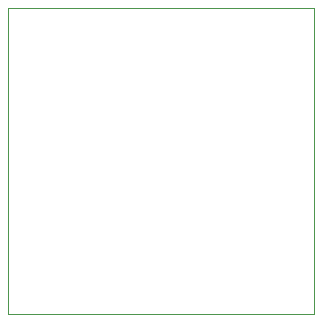
<source format=gbr>
%TF.GenerationSoftware,KiCad,Pcbnew,7.0.7*%
%TF.CreationDate,2024-03-19T13:44:44-07:00*%
%TF.ProjectId,ads7253_breakout,61647337-3235-4335-9f62-7265616b6f75,rev?*%
%TF.SameCoordinates,Original*%
%TF.FileFunction,Profile,NP*%
%FSLAX46Y46*%
G04 Gerber Fmt 4.6, Leading zero omitted, Abs format (unit mm)*
G04 Created by KiCad (PCBNEW 7.0.7) date 2024-03-19 13:44:44*
%MOMM*%
%LPD*%
G01*
G04 APERTURE LIST*
%TA.AperFunction,Profile*%
%ADD10C,0.100000*%
%TD*%
G04 APERTURE END LIST*
D10*
X82296000Y-71374000D02*
X108204000Y-71374000D01*
X108204000Y-97282000D01*
X82296000Y-97282000D01*
X82296000Y-71374000D01*
M02*

</source>
